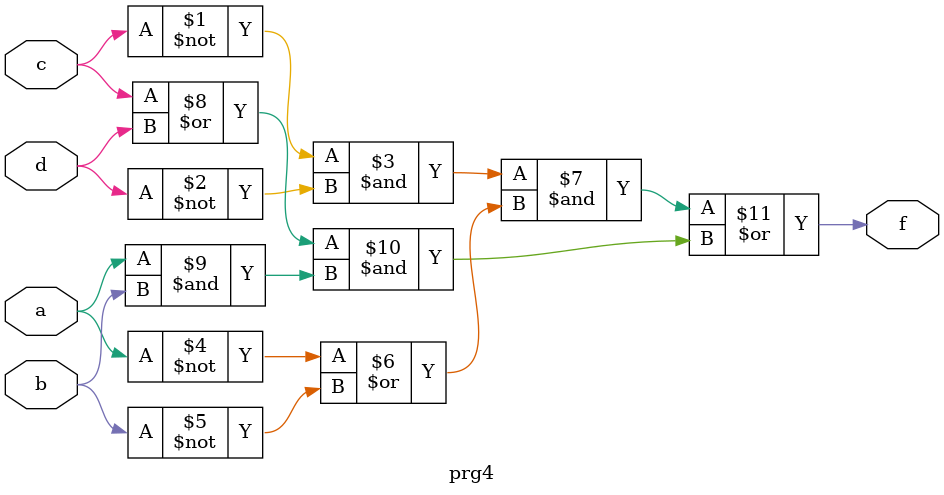
<source format=v>
module prg4(a,b,c,d,f);
input a,b,c,d;
output f;
assign f=((~c&~d)&(~a|~b))|((c|d)&(a&b));
endmodule

</source>
